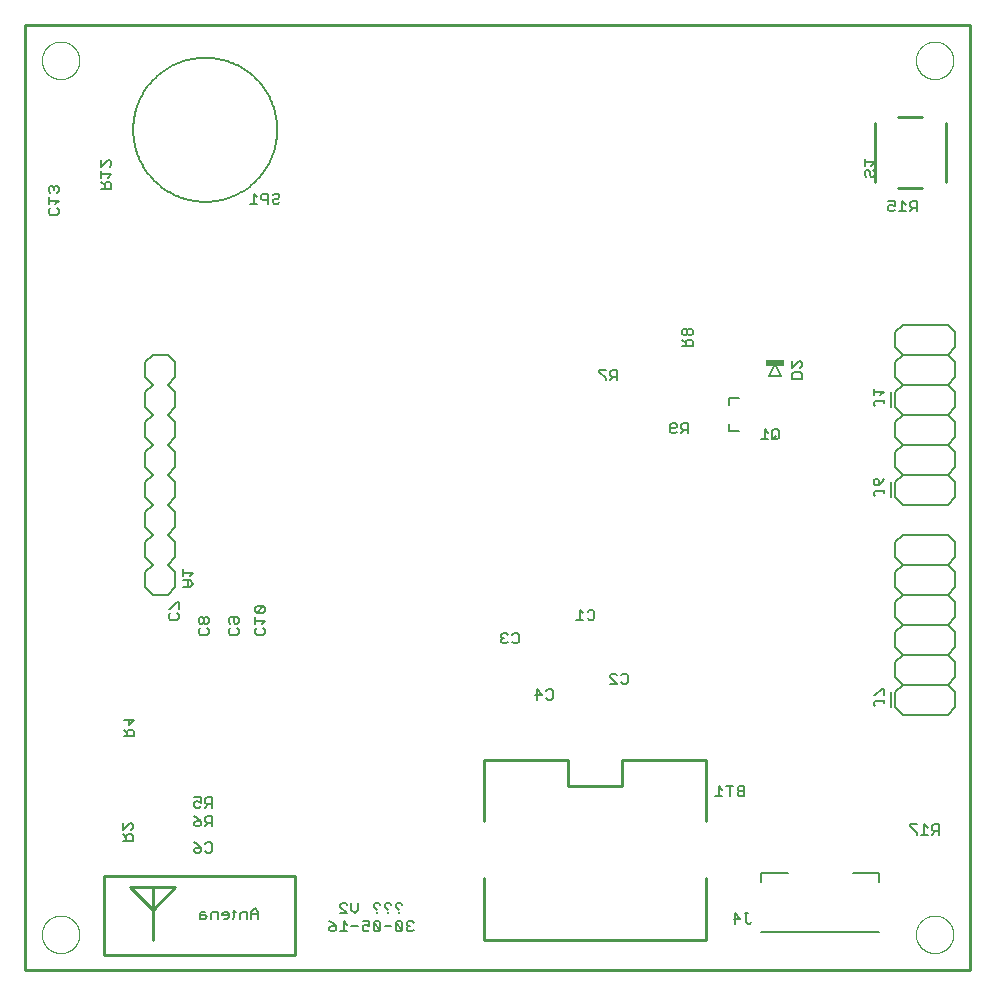
<source format=gbo>
G75*
%MOIN*%
%OFA0B0*%
%FSLAX25Y25*%
%IPPOS*%
%LPD*%
%AMOC8*
5,1,8,0,0,1.08239X$1,22.5*
%
%ADD10C,0.01000*%
%ADD11C,0.00000*%
%ADD12C,0.00600*%
%ADD13C,0.00800*%
%ADD14R,0.06200X0.02400*%
%ADD15C,0.00500*%
D10*
X0032280Y0028618D02*
X0032280Y0343579D01*
X0347241Y0343579D01*
X0347241Y0028618D01*
X0032280Y0028618D01*
X0058530Y0033618D02*
X0058530Y0059868D01*
X0122280Y0059868D01*
X0122280Y0033618D01*
X0058530Y0033618D01*
X0074780Y0038618D02*
X0074780Y0048618D01*
X0074780Y0056118D01*
X0082280Y0056118D01*
X0074780Y0048618D01*
X0067280Y0056118D01*
X0074780Y0056118D01*
X0185272Y0059169D02*
X0185272Y0038697D01*
X0259288Y0038697D01*
X0259288Y0059169D01*
X0259288Y0078067D02*
X0259288Y0098539D01*
X0231335Y0098539D01*
X0231335Y0089878D01*
X0213225Y0089878D01*
X0213225Y0098539D01*
X0185272Y0098539D01*
X0185272Y0078067D01*
X0323343Y0289307D02*
X0331217Y0289307D01*
X0339091Y0291276D02*
X0339091Y0310961D01*
X0331217Y0312929D02*
X0323343Y0312929D01*
X0315469Y0310961D02*
X0315469Y0291276D01*
D11*
X0329180Y0331768D02*
X0329182Y0331926D01*
X0329188Y0332083D01*
X0329198Y0332241D01*
X0329212Y0332398D01*
X0329230Y0332554D01*
X0329251Y0332711D01*
X0329277Y0332866D01*
X0329307Y0333021D01*
X0329340Y0333175D01*
X0329378Y0333328D01*
X0329419Y0333481D01*
X0329464Y0333632D01*
X0329513Y0333782D01*
X0329566Y0333930D01*
X0329622Y0334078D01*
X0329683Y0334223D01*
X0329746Y0334368D01*
X0329814Y0334510D01*
X0329885Y0334651D01*
X0329959Y0334790D01*
X0330037Y0334927D01*
X0330119Y0335062D01*
X0330203Y0335195D01*
X0330292Y0335326D01*
X0330383Y0335454D01*
X0330478Y0335581D01*
X0330575Y0335704D01*
X0330676Y0335826D01*
X0330780Y0335944D01*
X0330887Y0336060D01*
X0330997Y0336173D01*
X0331109Y0336284D01*
X0331225Y0336391D01*
X0331343Y0336496D01*
X0331463Y0336598D01*
X0331586Y0336696D01*
X0331712Y0336792D01*
X0331840Y0336884D01*
X0331970Y0336973D01*
X0332102Y0337059D01*
X0332237Y0337141D01*
X0332374Y0337220D01*
X0332512Y0337295D01*
X0332652Y0337367D01*
X0332795Y0337435D01*
X0332938Y0337500D01*
X0333084Y0337561D01*
X0333231Y0337618D01*
X0333379Y0337672D01*
X0333529Y0337722D01*
X0333679Y0337768D01*
X0333831Y0337810D01*
X0333984Y0337849D01*
X0334138Y0337883D01*
X0334293Y0337914D01*
X0334448Y0337940D01*
X0334604Y0337963D01*
X0334761Y0337982D01*
X0334918Y0337997D01*
X0335075Y0338008D01*
X0335233Y0338015D01*
X0335391Y0338018D01*
X0335548Y0338017D01*
X0335706Y0338012D01*
X0335863Y0338003D01*
X0336021Y0337990D01*
X0336177Y0337973D01*
X0336334Y0337952D01*
X0336489Y0337928D01*
X0336644Y0337899D01*
X0336799Y0337866D01*
X0336952Y0337830D01*
X0337105Y0337789D01*
X0337256Y0337745D01*
X0337406Y0337697D01*
X0337555Y0337646D01*
X0337703Y0337590D01*
X0337849Y0337531D01*
X0337994Y0337468D01*
X0338137Y0337401D01*
X0338278Y0337331D01*
X0338417Y0337258D01*
X0338555Y0337181D01*
X0338691Y0337100D01*
X0338824Y0337016D01*
X0338955Y0336929D01*
X0339084Y0336838D01*
X0339211Y0336744D01*
X0339336Y0336647D01*
X0339457Y0336547D01*
X0339577Y0336444D01*
X0339693Y0336338D01*
X0339807Y0336229D01*
X0339919Y0336117D01*
X0340027Y0336003D01*
X0340132Y0335885D01*
X0340235Y0335765D01*
X0340334Y0335643D01*
X0340430Y0335518D01*
X0340523Y0335390D01*
X0340613Y0335261D01*
X0340699Y0335129D01*
X0340783Y0334995D01*
X0340862Y0334859D01*
X0340939Y0334721D01*
X0341011Y0334581D01*
X0341080Y0334439D01*
X0341146Y0334296D01*
X0341208Y0334151D01*
X0341266Y0334004D01*
X0341321Y0333856D01*
X0341372Y0333707D01*
X0341419Y0333556D01*
X0341462Y0333405D01*
X0341501Y0333252D01*
X0341537Y0333098D01*
X0341568Y0332944D01*
X0341596Y0332789D01*
X0341620Y0332633D01*
X0341640Y0332476D01*
X0341656Y0332319D01*
X0341668Y0332162D01*
X0341676Y0332005D01*
X0341680Y0331847D01*
X0341680Y0331689D01*
X0341676Y0331531D01*
X0341668Y0331374D01*
X0341656Y0331217D01*
X0341640Y0331060D01*
X0341620Y0330903D01*
X0341596Y0330747D01*
X0341568Y0330592D01*
X0341537Y0330438D01*
X0341501Y0330284D01*
X0341462Y0330131D01*
X0341419Y0329980D01*
X0341372Y0329829D01*
X0341321Y0329680D01*
X0341266Y0329532D01*
X0341208Y0329385D01*
X0341146Y0329240D01*
X0341080Y0329097D01*
X0341011Y0328955D01*
X0340939Y0328815D01*
X0340862Y0328677D01*
X0340783Y0328541D01*
X0340699Y0328407D01*
X0340613Y0328275D01*
X0340523Y0328146D01*
X0340430Y0328018D01*
X0340334Y0327893D01*
X0340235Y0327771D01*
X0340132Y0327651D01*
X0340027Y0327533D01*
X0339919Y0327419D01*
X0339807Y0327307D01*
X0339693Y0327198D01*
X0339577Y0327092D01*
X0339457Y0326989D01*
X0339336Y0326889D01*
X0339211Y0326792D01*
X0339084Y0326698D01*
X0338955Y0326607D01*
X0338824Y0326520D01*
X0338691Y0326436D01*
X0338555Y0326355D01*
X0338417Y0326278D01*
X0338278Y0326205D01*
X0338137Y0326135D01*
X0337994Y0326068D01*
X0337849Y0326005D01*
X0337703Y0325946D01*
X0337555Y0325890D01*
X0337406Y0325839D01*
X0337256Y0325791D01*
X0337105Y0325747D01*
X0336952Y0325706D01*
X0336799Y0325670D01*
X0336644Y0325637D01*
X0336489Y0325608D01*
X0336334Y0325584D01*
X0336177Y0325563D01*
X0336021Y0325546D01*
X0335863Y0325533D01*
X0335706Y0325524D01*
X0335548Y0325519D01*
X0335391Y0325518D01*
X0335233Y0325521D01*
X0335075Y0325528D01*
X0334918Y0325539D01*
X0334761Y0325554D01*
X0334604Y0325573D01*
X0334448Y0325596D01*
X0334293Y0325622D01*
X0334138Y0325653D01*
X0333984Y0325687D01*
X0333831Y0325726D01*
X0333679Y0325768D01*
X0333529Y0325814D01*
X0333379Y0325864D01*
X0333231Y0325918D01*
X0333084Y0325975D01*
X0332938Y0326036D01*
X0332795Y0326101D01*
X0332652Y0326169D01*
X0332512Y0326241D01*
X0332374Y0326316D01*
X0332237Y0326395D01*
X0332102Y0326477D01*
X0331970Y0326563D01*
X0331840Y0326652D01*
X0331712Y0326744D01*
X0331586Y0326840D01*
X0331463Y0326938D01*
X0331343Y0327040D01*
X0331225Y0327145D01*
X0331109Y0327252D01*
X0330997Y0327363D01*
X0330887Y0327476D01*
X0330780Y0327592D01*
X0330676Y0327710D01*
X0330575Y0327832D01*
X0330478Y0327955D01*
X0330383Y0328082D01*
X0330292Y0328210D01*
X0330203Y0328341D01*
X0330119Y0328474D01*
X0330037Y0328609D01*
X0329959Y0328746D01*
X0329885Y0328885D01*
X0329814Y0329026D01*
X0329746Y0329168D01*
X0329683Y0329313D01*
X0329622Y0329458D01*
X0329566Y0329606D01*
X0329513Y0329754D01*
X0329464Y0329904D01*
X0329419Y0330055D01*
X0329378Y0330208D01*
X0329340Y0330361D01*
X0329307Y0330515D01*
X0329277Y0330670D01*
X0329251Y0330825D01*
X0329230Y0330982D01*
X0329212Y0331138D01*
X0329198Y0331295D01*
X0329188Y0331453D01*
X0329182Y0331610D01*
X0329180Y0331768D01*
X0037841Y0331768D02*
X0037843Y0331926D01*
X0037849Y0332083D01*
X0037859Y0332241D01*
X0037873Y0332398D01*
X0037891Y0332554D01*
X0037912Y0332711D01*
X0037938Y0332866D01*
X0037968Y0333021D01*
X0038001Y0333175D01*
X0038039Y0333328D01*
X0038080Y0333481D01*
X0038125Y0333632D01*
X0038174Y0333782D01*
X0038227Y0333930D01*
X0038283Y0334078D01*
X0038344Y0334223D01*
X0038407Y0334368D01*
X0038475Y0334510D01*
X0038546Y0334651D01*
X0038620Y0334790D01*
X0038698Y0334927D01*
X0038780Y0335062D01*
X0038864Y0335195D01*
X0038953Y0335326D01*
X0039044Y0335454D01*
X0039139Y0335581D01*
X0039236Y0335704D01*
X0039337Y0335826D01*
X0039441Y0335944D01*
X0039548Y0336060D01*
X0039658Y0336173D01*
X0039770Y0336284D01*
X0039886Y0336391D01*
X0040004Y0336496D01*
X0040124Y0336598D01*
X0040247Y0336696D01*
X0040373Y0336792D01*
X0040501Y0336884D01*
X0040631Y0336973D01*
X0040763Y0337059D01*
X0040898Y0337141D01*
X0041035Y0337220D01*
X0041173Y0337295D01*
X0041313Y0337367D01*
X0041456Y0337435D01*
X0041599Y0337500D01*
X0041745Y0337561D01*
X0041892Y0337618D01*
X0042040Y0337672D01*
X0042190Y0337722D01*
X0042340Y0337768D01*
X0042492Y0337810D01*
X0042645Y0337849D01*
X0042799Y0337883D01*
X0042954Y0337914D01*
X0043109Y0337940D01*
X0043265Y0337963D01*
X0043422Y0337982D01*
X0043579Y0337997D01*
X0043736Y0338008D01*
X0043894Y0338015D01*
X0044052Y0338018D01*
X0044209Y0338017D01*
X0044367Y0338012D01*
X0044524Y0338003D01*
X0044682Y0337990D01*
X0044838Y0337973D01*
X0044995Y0337952D01*
X0045150Y0337928D01*
X0045305Y0337899D01*
X0045460Y0337866D01*
X0045613Y0337830D01*
X0045766Y0337789D01*
X0045917Y0337745D01*
X0046067Y0337697D01*
X0046216Y0337646D01*
X0046364Y0337590D01*
X0046510Y0337531D01*
X0046655Y0337468D01*
X0046798Y0337401D01*
X0046939Y0337331D01*
X0047078Y0337258D01*
X0047216Y0337181D01*
X0047352Y0337100D01*
X0047485Y0337016D01*
X0047616Y0336929D01*
X0047745Y0336838D01*
X0047872Y0336744D01*
X0047997Y0336647D01*
X0048118Y0336547D01*
X0048238Y0336444D01*
X0048354Y0336338D01*
X0048468Y0336229D01*
X0048580Y0336117D01*
X0048688Y0336003D01*
X0048793Y0335885D01*
X0048896Y0335765D01*
X0048995Y0335643D01*
X0049091Y0335518D01*
X0049184Y0335390D01*
X0049274Y0335261D01*
X0049360Y0335129D01*
X0049444Y0334995D01*
X0049523Y0334859D01*
X0049600Y0334721D01*
X0049672Y0334581D01*
X0049741Y0334439D01*
X0049807Y0334296D01*
X0049869Y0334151D01*
X0049927Y0334004D01*
X0049982Y0333856D01*
X0050033Y0333707D01*
X0050080Y0333556D01*
X0050123Y0333405D01*
X0050162Y0333252D01*
X0050198Y0333098D01*
X0050229Y0332944D01*
X0050257Y0332789D01*
X0050281Y0332633D01*
X0050301Y0332476D01*
X0050317Y0332319D01*
X0050329Y0332162D01*
X0050337Y0332005D01*
X0050341Y0331847D01*
X0050341Y0331689D01*
X0050337Y0331531D01*
X0050329Y0331374D01*
X0050317Y0331217D01*
X0050301Y0331060D01*
X0050281Y0330903D01*
X0050257Y0330747D01*
X0050229Y0330592D01*
X0050198Y0330438D01*
X0050162Y0330284D01*
X0050123Y0330131D01*
X0050080Y0329980D01*
X0050033Y0329829D01*
X0049982Y0329680D01*
X0049927Y0329532D01*
X0049869Y0329385D01*
X0049807Y0329240D01*
X0049741Y0329097D01*
X0049672Y0328955D01*
X0049600Y0328815D01*
X0049523Y0328677D01*
X0049444Y0328541D01*
X0049360Y0328407D01*
X0049274Y0328275D01*
X0049184Y0328146D01*
X0049091Y0328018D01*
X0048995Y0327893D01*
X0048896Y0327771D01*
X0048793Y0327651D01*
X0048688Y0327533D01*
X0048580Y0327419D01*
X0048468Y0327307D01*
X0048354Y0327198D01*
X0048238Y0327092D01*
X0048118Y0326989D01*
X0047997Y0326889D01*
X0047872Y0326792D01*
X0047745Y0326698D01*
X0047616Y0326607D01*
X0047485Y0326520D01*
X0047352Y0326436D01*
X0047216Y0326355D01*
X0047078Y0326278D01*
X0046939Y0326205D01*
X0046798Y0326135D01*
X0046655Y0326068D01*
X0046510Y0326005D01*
X0046364Y0325946D01*
X0046216Y0325890D01*
X0046067Y0325839D01*
X0045917Y0325791D01*
X0045766Y0325747D01*
X0045613Y0325706D01*
X0045460Y0325670D01*
X0045305Y0325637D01*
X0045150Y0325608D01*
X0044995Y0325584D01*
X0044838Y0325563D01*
X0044682Y0325546D01*
X0044524Y0325533D01*
X0044367Y0325524D01*
X0044209Y0325519D01*
X0044052Y0325518D01*
X0043894Y0325521D01*
X0043736Y0325528D01*
X0043579Y0325539D01*
X0043422Y0325554D01*
X0043265Y0325573D01*
X0043109Y0325596D01*
X0042954Y0325622D01*
X0042799Y0325653D01*
X0042645Y0325687D01*
X0042492Y0325726D01*
X0042340Y0325768D01*
X0042190Y0325814D01*
X0042040Y0325864D01*
X0041892Y0325918D01*
X0041745Y0325975D01*
X0041599Y0326036D01*
X0041456Y0326101D01*
X0041313Y0326169D01*
X0041173Y0326241D01*
X0041035Y0326316D01*
X0040898Y0326395D01*
X0040763Y0326477D01*
X0040631Y0326563D01*
X0040501Y0326652D01*
X0040373Y0326744D01*
X0040247Y0326840D01*
X0040124Y0326938D01*
X0040004Y0327040D01*
X0039886Y0327145D01*
X0039770Y0327252D01*
X0039658Y0327363D01*
X0039548Y0327476D01*
X0039441Y0327592D01*
X0039337Y0327710D01*
X0039236Y0327832D01*
X0039139Y0327955D01*
X0039044Y0328082D01*
X0038953Y0328210D01*
X0038864Y0328341D01*
X0038780Y0328474D01*
X0038698Y0328609D01*
X0038620Y0328746D01*
X0038546Y0328885D01*
X0038475Y0329026D01*
X0038407Y0329168D01*
X0038344Y0329313D01*
X0038283Y0329458D01*
X0038227Y0329606D01*
X0038174Y0329754D01*
X0038125Y0329904D01*
X0038080Y0330055D01*
X0038039Y0330208D01*
X0038001Y0330361D01*
X0037968Y0330515D01*
X0037938Y0330670D01*
X0037912Y0330825D01*
X0037891Y0330982D01*
X0037873Y0331138D01*
X0037859Y0331295D01*
X0037849Y0331453D01*
X0037843Y0331610D01*
X0037841Y0331768D01*
X0037841Y0040429D02*
X0037843Y0040587D01*
X0037849Y0040744D01*
X0037859Y0040902D01*
X0037873Y0041059D01*
X0037891Y0041215D01*
X0037912Y0041372D01*
X0037938Y0041527D01*
X0037968Y0041682D01*
X0038001Y0041836D01*
X0038039Y0041989D01*
X0038080Y0042142D01*
X0038125Y0042293D01*
X0038174Y0042443D01*
X0038227Y0042591D01*
X0038283Y0042739D01*
X0038344Y0042884D01*
X0038407Y0043029D01*
X0038475Y0043171D01*
X0038546Y0043312D01*
X0038620Y0043451D01*
X0038698Y0043588D01*
X0038780Y0043723D01*
X0038864Y0043856D01*
X0038953Y0043987D01*
X0039044Y0044115D01*
X0039139Y0044242D01*
X0039236Y0044365D01*
X0039337Y0044487D01*
X0039441Y0044605D01*
X0039548Y0044721D01*
X0039658Y0044834D01*
X0039770Y0044945D01*
X0039886Y0045052D01*
X0040004Y0045157D01*
X0040124Y0045259D01*
X0040247Y0045357D01*
X0040373Y0045453D01*
X0040501Y0045545D01*
X0040631Y0045634D01*
X0040763Y0045720D01*
X0040898Y0045802D01*
X0041035Y0045881D01*
X0041173Y0045956D01*
X0041313Y0046028D01*
X0041456Y0046096D01*
X0041599Y0046161D01*
X0041745Y0046222D01*
X0041892Y0046279D01*
X0042040Y0046333D01*
X0042190Y0046383D01*
X0042340Y0046429D01*
X0042492Y0046471D01*
X0042645Y0046510D01*
X0042799Y0046544D01*
X0042954Y0046575D01*
X0043109Y0046601D01*
X0043265Y0046624D01*
X0043422Y0046643D01*
X0043579Y0046658D01*
X0043736Y0046669D01*
X0043894Y0046676D01*
X0044052Y0046679D01*
X0044209Y0046678D01*
X0044367Y0046673D01*
X0044524Y0046664D01*
X0044682Y0046651D01*
X0044838Y0046634D01*
X0044995Y0046613D01*
X0045150Y0046589D01*
X0045305Y0046560D01*
X0045460Y0046527D01*
X0045613Y0046491D01*
X0045766Y0046450D01*
X0045917Y0046406D01*
X0046067Y0046358D01*
X0046216Y0046307D01*
X0046364Y0046251D01*
X0046510Y0046192D01*
X0046655Y0046129D01*
X0046798Y0046062D01*
X0046939Y0045992D01*
X0047078Y0045919D01*
X0047216Y0045842D01*
X0047352Y0045761D01*
X0047485Y0045677D01*
X0047616Y0045590D01*
X0047745Y0045499D01*
X0047872Y0045405D01*
X0047997Y0045308D01*
X0048118Y0045208D01*
X0048238Y0045105D01*
X0048354Y0044999D01*
X0048468Y0044890D01*
X0048580Y0044778D01*
X0048688Y0044664D01*
X0048793Y0044546D01*
X0048896Y0044426D01*
X0048995Y0044304D01*
X0049091Y0044179D01*
X0049184Y0044051D01*
X0049274Y0043922D01*
X0049360Y0043790D01*
X0049444Y0043656D01*
X0049523Y0043520D01*
X0049600Y0043382D01*
X0049672Y0043242D01*
X0049741Y0043100D01*
X0049807Y0042957D01*
X0049869Y0042812D01*
X0049927Y0042665D01*
X0049982Y0042517D01*
X0050033Y0042368D01*
X0050080Y0042217D01*
X0050123Y0042066D01*
X0050162Y0041913D01*
X0050198Y0041759D01*
X0050229Y0041605D01*
X0050257Y0041450D01*
X0050281Y0041294D01*
X0050301Y0041137D01*
X0050317Y0040980D01*
X0050329Y0040823D01*
X0050337Y0040666D01*
X0050341Y0040508D01*
X0050341Y0040350D01*
X0050337Y0040192D01*
X0050329Y0040035D01*
X0050317Y0039878D01*
X0050301Y0039721D01*
X0050281Y0039564D01*
X0050257Y0039408D01*
X0050229Y0039253D01*
X0050198Y0039099D01*
X0050162Y0038945D01*
X0050123Y0038792D01*
X0050080Y0038641D01*
X0050033Y0038490D01*
X0049982Y0038341D01*
X0049927Y0038193D01*
X0049869Y0038046D01*
X0049807Y0037901D01*
X0049741Y0037758D01*
X0049672Y0037616D01*
X0049600Y0037476D01*
X0049523Y0037338D01*
X0049444Y0037202D01*
X0049360Y0037068D01*
X0049274Y0036936D01*
X0049184Y0036807D01*
X0049091Y0036679D01*
X0048995Y0036554D01*
X0048896Y0036432D01*
X0048793Y0036312D01*
X0048688Y0036194D01*
X0048580Y0036080D01*
X0048468Y0035968D01*
X0048354Y0035859D01*
X0048238Y0035753D01*
X0048118Y0035650D01*
X0047997Y0035550D01*
X0047872Y0035453D01*
X0047745Y0035359D01*
X0047616Y0035268D01*
X0047485Y0035181D01*
X0047352Y0035097D01*
X0047216Y0035016D01*
X0047078Y0034939D01*
X0046939Y0034866D01*
X0046798Y0034796D01*
X0046655Y0034729D01*
X0046510Y0034666D01*
X0046364Y0034607D01*
X0046216Y0034551D01*
X0046067Y0034500D01*
X0045917Y0034452D01*
X0045766Y0034408D01*
X0045613Y0034367D01*
X0045460Y0034331D01*
X0045305Y0034298D01*
X0045150Y0034269D01*
X0044995Y0034245D01*
X0044838Y0034224D01*
X0044682Y0034207D01*
X0044524Y0034194D01*
X0044367Y0034185D01*
X0044209Y0034180D01*
X0044052Y0034179D01*
X0043894Y0034182D01*
X0043736Y0034189D01*
X0043579Y0034200D01*
X0043422Y0034215D01*
X0043265Y0034234D01*
X0043109Y0034257D01*
X0042954Y0034283D01*
X0042799Y0034314D01*
X0042645Y0034348D01*
X0042492Y0034387D01*
X0042340Y0034429D01*
X0042190Y0034475D01*
X0042040Y0034525D01*
X0041892Y0034579D01*
X0041745Y0034636D01*
X0041599Y0034697D01*
X0041456Y0034762D01*
X0041313Y0034830D01*
X0041173Y0034902D01*
X0041035Y0034977D01*
X0040898Y0035056D01*
X0040763Y0035138D01*
X0040631Y0035224D01*
X0040501Y0035313D01*
X0040373Y0035405D01*
X0040247Y0035501D01*
X0040124Y0035599D01*
X0040004Y0035701D01*
X0039886Y0035806D01*
X0039770Y0035913D01*
X0039658Y0036024D01*
X0039548Y0036137D01*
X0039441Y0036253D01*
X0039337Y0036371D01*
X0039236Y0036493D01*
X0039139Y0036616D01*
X0039044Y0036743D01*
X0038953Y0036871D01*
X0038864Y0037002D01*
X0038780Y0037135D01*
X0038698Y0037270D01*
X0038620Y0037407D01*
X0038546Y0037546D01*
X0038475Y0037687D01*
X0038407Y0037829D01*
X0038344Y0037974D01*
X0038283Y0038119D01*
X0038227Y0038267D01*
X0038174Y0038415D01*
X0038125Y0038565D01*
X0038080Y0038716D01*
X0038039Y0038869D01*
X0038001Y0039022D01*
X0037968Y0039176D01*
X0037938Y0039331D01*
X0037912Y0039486D01*
X0037891Y0039643D01*
X0037873Y0039799D01*
X0037859Y0039956D01*
X0037849Y0040114D01*
X0037843Y0040271D01*
X0037841Y0040429D01*
X0329180Y0040429D02*
X0329182Y0040587D01*
X0329188Y0040744D01*
X0329198Y0040902D01*
X0329212Y0041059D01*
X0329230Y0041215D01*
X0329251Y0041372D01*
X0329277Y0041527D01*
X0329307Y0041682D01*
X0329340Y0041836D01*
X0329378Y0041989D01*
X0329419Y0042142D01*
X0329464Y0042293D01*
X0329513Y0042443D01*
X0329566Y0042591D01*
X0329622Y0042739D01*
X0329683Y0042884D01*
X0329746Y0043029D01*
X0329814Y0043171D01*
X0329885Y0043312D01*
X0329959Y0043451D01*
X0330037Y0043588D01*
X0330119Y0043723D01*
X0330203Y0043856D01*
X0330292Y0043987D01*
X0330383Y0044115D01*
X0330478Y0044242D01*
X0330575Y0044365D01*
X0330676Y0044487D01*
X0330780Y0044605D01*
X0330887Y0044721D01*
X0330997Y0044834D01*
X0331109Y0044945D01*
X0331225Y0045052D01*
X0331343Y0045157D01*
X0331463Y0045259D01*
X0331586Y0045357D01*
X0331712Y0045453D01*
X0331840Y0045545D01*
X0331970Y0045634D01*
X0332102Y0045720D01*
X0332237Y0045802D01*
X0332374Y0045881D01*
X0332512Y0045956D01*
X0332652Y0046028D01*
X0332795Y0046096D01*
X0332938Y0046161D01*
X0333084Y0046222D01*
X0333231Y0046279D01*
X0333379Y0046333D01*
X0333529Y0046383D01*
X0333679Y0046429D01*
X0333831Y0046471D01*
X0333984Y0046510D01*
X0334138Y0046544D01*
X0334293Y0046575D01*
X0334448Y0046601D01*
X0334604Y0046624D01*
X0334761Y0046643D01*
X0334918Y0046658D01*
X0335075Y0046669D01*
X0335233Y0046676D01*
X0335391Y0046679D01*
X0335548Y0046678D01*
X0335706Y0046673D01*
X0335863Y0046664D01*
X0336021Y0046651D01*
X0336177Y0046634D01*
X0336334Y0046613D01*
X0336489Y0046589D01*
X0336644Y0046560D01*
X0336799Y0046527D01*
X0336952Y0046491D01*
X0337105Y0046450D01*
X0337256Y0046406D01*
X0337406Y0046358D01*
X0337555Y0046307D01*
X0337703Y0046251D01*
X0337849Y0046192D01*
X0337994Y0046129D01*
X0338137Y0046062D01*
X0338278Y0045992D01*
X0338417Y0045919D01*
X0338555Y0045842D01*
X0338691Y0045761D01*
X0338824Y0045677D01*
X0338955Y0045590D01*
X0339084Y0045499D01*
X0339211Y0045405D01*
X0339336Y0045308D01*
X0339457Y0045208D01*
X0339577Y0045105D01*
X0339693Y0044999D01*
X0339807Y0044890D01*
X0339919Y0044778D01*
X0340027Y0044664D01*
X0340132Y0044546D01*
X0340235Y0044426D01*
X0340334Y0044304D01*
X0340430Y0044179D01*
X0340523Y0044051D01*
X0340613Y0043922D01*
X0340699Y0043790D01*
X0340783Y0043656D01*
X0340862Y0043520D01*
X0340939Y0043382D01*
X0341011Y0043242D01*
X0341080Y0043100D01*
X0341146Y0042957D01*
X0341208Y0042812D01*
X0341266Y0042665D01*
X0341321Y0042517D01*
X0341372Y0042368D01*
X0341419Y0042217D01*
X0341462Y0042066D01*
X0341501Y0041913D01*
X0341537Y0041759D01*
X0341568Y0041605D01*
X0341596Y0041450D01*
X0341620Y0041294D01*
X0341640Y0041137D01*
X0341656Y0040980D01*
X0341668Y0040823D01*
X0341676Y0040666D01*
X0341680Y0040508D01*
X0341680Y0040350D01*
X0341676Y0040192D01*
X0341668Y0040035D01*
X0341656Y0039878D01*
X0341640Y0039721D01*
X0341620Y0039564D01*
X0341596Y0039408D01*
X0341568Y0039253D01*
X0341537Y0039099D01*
X0341501Y0038945D01*
X0341462Y0038792D01*
X0341419Y0038641D01*
X0341372Y0038490D01*
X0341321Y0038341D01*
X0341266Y0038193D01*
X0341208Y0038046D01*
X0341146Y0037901D01*
X0341080Y0037758D01*
X0341011Y0037616D01*
X0340939Y0037476D01*
X0340862Y0037338D01*
X0340783Y0037202D01*
X0340699Y0037068D01*
X0340613Y0036936D01*
X0340523Y0036807D01*
X0340430Y0036679D01*
X0340334Y0036554D01*
X0340235Y0036432D01*
X0340132Y0036312D01*
X0340027Y0036194D01*
X0339919Y0036080D01*
X0339807Y0035968D01*
X0339693Y0035859D01*
X0339577Y0035753D01*
X0339457Y0035650D01*
X0339336Y0035550D01*
X0339211Y0035453D01*
X0339084Y0035359D01*
X0338955Y0035268D01*
X0338824Y0035181D01*
X0338691Y0035097D01*
X0338555Y0035016D01*
X0338417Y0034939D01*
X0338278Y0034866D01*
X0338137Y0034796D01*
X0337994Y0034729D01*
X0337849Y0034666D01*
X0337703Y0034607D01*
X0337555Y0034551D01*
X0337406Y0034500D01*
X0337256Y0034452D01*
X0337105Y0034408D01*
X0336952Y0034367D01*
X0336799Y0034331D01*
X0336644Y0034298D01*
X0336489Y0034269D01*
X0336334Y0034245D01*
X0336177Y0034224D01*
X0336021Y0034207D01*
X0335863Y0034194D01*
X0335706Y0034185D01*
X0335548Y0034180D01*
X0335391Y0034179D01*
X0335233Y0034182D01*
X0335075Y0034189D01*
X0334918Y0034200D01*
X0334761Y0034215D01*
X0334604Y0034234D01*
X0334448Y0034257D01*
X0334293Y0034283D01*
X0334138Y0034314D01*
X0333984Y0034348D01*
X0333831Y0034387D01*
X0333679Y0034429D01*
X0333529Y0034475D01*
X0333379Y0034525D01*
X0333231Y0034579D01*
X0333084Y0034636D01*
X0332938Y0034697D01*
X0332795Y0034762D01*
X0332652Y0034830D01*
X0332512Y0034902D01*
X0332374Y0034977D01*
X0332237Y0035056D01*
X0332102Y0035138D01*
X0331970Y0035224D01*
X0331840Y0035313D01*
X0331712Y0035405D01*
X0331586Y0035501D01*
X0331463Y0035599D01*
X0331343Y0035701D01*
X0331225Y0035806D01*
X0331109Y0035913D01*
X0330997Y0036024D01*
X0330887Y0036137D01*
X0330780Y0036253D01*
X0330676Y0036371D01*
X0330575Y0036493D01*
X0330478Y0036616D01*
X0330383Y0036743D01*
X0330292Y0036871D01*
X0330203Y0037002D01*
X0330119Y0037135D01*
X0330037Y0037270D01*
X0329959Y0037407D01*
X0329885Y0037546D01*
X0329814Y0037687D01*
X0329746Y0037829D01*
X0329683Y0037974D01*
X0329622Y0038119D01*
X0329566Y0038267D01*
X0329513Y0038415D01*
X0329464Y0038565D01*
X0329419Y0038716D01*
X0329378Y0038869D01*
X0329340Y0039022D01*
X0329307Y0039176D01*
X0329277Y0039331D01*
X0329251Y0039486D01*
X0329230Y0039643D01*
X0329212Y0039799D01*
X0329198Y0039956D01*
X0329188Y0040114D01*
X0329182Y0040271D01*
X0329180Y0040429D01*
D12*
X0329413Y0073668D02*
X0329413Y0074235D01*
X0327145Y0076504D01*
X0327145Y0077071D01*
X0329413Y0077071D01*
X0331962Y0077071D02*
X0331962Y0073668D01*
X0333096Y0073668D02*
X0330828Y0073668D01*
X0333096Y0075937D02*
X0331962Y0077071D01*
X0334511Y0076504D02*
X0334511Y0075370D01*
X0335078Y0074802D01*
X0336780Y0074802D01*
X0336780Y0073668D02*
X0336780Y0077071D01*
X0335078Y0077071D01*
X0334511Y0076504D01*
X0335645Y0074802D02*
X0334511Y0073668D01*
X0339780Y0113618D02*
X0324780Y0113618D01*
X0322280Y0116118D01*
X0322280Y0121118D01*
X0324780Y0123618D01*
X0339780Y0123618D01*
X0342280Y0126118D01*
X0342280Y0131118D01*
X0339780Y0133618D01*
X0324780Y0133618D01*
X0322280Y0136118D01*
X0322280Y0141118D01*
X0324780Y0143618D01*
X0339780Y0143618D01*
X0342280Y0146118D01*
X0342280Y0151118D01*
X0339780Y0153618D01*
X0324780Y0153618D01*
X0322280Y0156118D01*
X0322280Y0161118D01*
X0324780Y0163618D01*
X0339780Y0163618D01*
X0342280Y0166118D01*
X0342280Y0171118D01*
X0339780Y0173618D01*
X0324780Y0173618D01*
X0322280Y0171118D01*
X0322280Y0166118D01*
X0324780Y0163618D01*
X0339780Y0163618D02*
X0342280Y0161118D01*
X0342280Y0156118D01*
X0339780Y0153618D01*
X0339780Y0143618D02*
X0342280Y0141118D01*
X0342280Y0136118D01*
X0339780Y0133618D01*
X0339780Y0123618D02*
X0342280Y0121118D01*
X0342280Y0116118D01*
X0339780Y0113618D01*
X0324780Y0123618D02*
X0322280Y0126118D01*
X0322280Y0131118D01*
X0324780Y0133618D01*
X0324780Y0143618D02*
X0322280Y0146118D01*
X0322280Y0151118D01*
X0324780Y0153618D01*
X0318483Y0122370D02*
X0317916Y0122370D01*
X0315647Y0120101D01*
X0315080Y0120101D01*
X0315647Y0118120D02*
X0318483Y0118120D01*
X0318483Y0118687D02*
X0318483Y0117552D01*
X0318483Y0120101D02*
X0318483Y0122370D01*
X0321030Y0121118D02*
X0321030Y0116118D01*
X0315647Y0116418D02*
X0315080Y0116985D01*
X0315080Y0117552D01*
X0315647Y0118120D01*
X0271980Y0089821D02*
X0270279Y0089821D01*
X0269712Y0089254D01*
X0269712Y0088687D01*
X0270279Y0088120D01*
X0271980Y0088120D01*
X0271980Y0089821D02*
X0271980Y0086418D01*
X0270279Y0086418D01*
X0269712Y0086985D01*
X0269712Y0087552D01*
X0270279Y0088120D01*
X0268297Y0089821D02*
X0266028Y0089821D01*
X0267163Y0089821D02*
X0267163Y0086418D01*
X0264614Y0086418D02*
X0262345Y0086418D01*
X0263480Y0086418D02*
X0263480Y0089821D01*
X0264614Y0088687D01*
X0232663Y0123918D02*
X0231529Y0123918D01*
X0230962Y0124485D01*
X0229547Y0123918D02*
X0227278Y0126187D01*
X0227278Y0126754D01*
X0227846Y0127321D01*
X0228980Y0127321D01*
X0229547Y0126754D01*
X0230962Y0126754D02*
X0231529Y0127321D01*
X0232663Y0127321D01*
X0233230Y0126754D01*
X0233230Y0124485D01*
X0232663Y0123918D01*
X0229547Y0123918D02*
X0227278Y0123918D01*
X0208096Y0121504D02*
X0208096Y0119235D01*
X0207529Y0118668D01*
X0206395Y0118668D01*
X0205828Y0119235D01*
X0204413Y0120370D02*
X0202145Y0120370D01*
X0202712Y0122071D02*
X0204413Y0120370D01*
X0205828Y0121504D02*
X0206395Y0122071D01*
X0207529Y0122071D01*
X0208096Y0121504D01*
X0202712Y0122071D02*
X0202712Y0118668D01*
X0196279Y0137418D02*
X0195145Y0137418D01*
X0194578Y0137985D01*
X0193163Y0137985D02*
X0192596Y0137418D01*
X0191462Y0137418D01*
X0190895Y0137985D01*
X0190895Y0138552D01*
X0191462Y0139120D01*
X0192029Y0139120D01*
X0191462Y0139120D02*
X0190895Y0139687D01*
X0190895Y0140254D01*
X0191462Y0140821D01*
X0192596Y0140821D01*
X0193163Y0140254D01*
X0194578Y0140254D02*
X0195145Y0140821D01*
X0196279Y0140821D01*
X0196846Y0140254D01*
X0196846Y0137985D01*
X0196279Y0137418D01*
X0216028Y0145168D02*
X0218297Y0145168D01*
X0217163Y0145168D02*
X0217163Y0148571D01*
X0218297Y0147437D01*
X0219712Y0148004D02*
X0220279Y0148571D01*
X0221413Y0148571D01*
X0221980Y0148004D01*
X0221980Y0145735D01*
X0221413Y0145168D01*
X0220279Y0145168D01*
X0219712Y0145735D01*
X0277645Y0205418D02*
X0279913Y0205418D01*
X0278779Y0205418D02*
X0278779Y0208821D01*
X0279913Y0207687D01*
X0281328Y0208254D02*
X0281328Y0205985D01*
X0281895Y0205418D01*
X0283029Y0205418D01*
X0283596Y0205985D01*
X0283596Y0208254D01*
X0283029Y0208821D01*
X0281895Y0208821D01*
X0281328Y0208254D01*
X0282462Y0206552D02*
X0281328Y0205418D01*
X0287830Y0225552D02*
X0287830Y0227253D01*
X0288397Y0227820D01*
X0290666Y0227820D01*
X0291233Y0227253D01*
X0291233Y0225552D01*
X0287830Y0225552D01*
X0287830Y0229235D02*
X0290099Y0231504D01*
X0290666Y0231504D01*
X0291233Y0230936D01*
X0291233Y0229802D01*
X0290666Y0229235D01*
X0287830Y0229235D02*
X0287830Y0231504D01*
X0315080Y0222370D02*
X0315080Y0220101D01*
X0315080Y0221236D02*
X0318483Y0221236D01*
X0317349Y0220101D01*
X0318483Y0218687D02*
X0318483Y0217552D01*
X0318483Y0218120D02*
X0315647Y0218120D01*
X0315080Y0217552D01*
X0315080Y0216985D01*
X0315647Y0216418D01*
X0315647Y0192370D02*
X0316214Y0192370D01*
X0316782Y0191803D01*
X0316782Y0190101D01*
X0315647Y0190101D01*
X0315080Y0190668D01*
X0315080Y0191803D01*
X0315647Y0192370D01*
X0317916Y0191236D02*
X0316782Y0190101D01*
X0317916Y0191236D02*
X0318483Y0192370D01*
X0318483Y0188687D02*
X0318483Y0187552D01*
X0318483Y0188120D02*
X0315647Y0188120D01*
X0315080Y0187552D01*
X0315080Y0186985D01*
X0315647Y0186418D01*
X0253096Y0207418D02*
X0253096Y0210821D01*
X0251395Y0210821D01*
X0250828Y0210254D01*
X0250828Y0209120D01*
X0251395Y0208552D01*
X0253096Y0208552D01*
X0251962Y0208552D02*
X0250828Y0207418D01*
X0249413Y0207985D02*
X0248846Y0207418D01*
X0247712Y0207418D01*
X0247145Y0207985D01*
X0247145Y0210254D01*
X0247712Y0210821D01*
X0248846Y0210821D01*
X0249413Y0210254D01*
X0249413Y0209687D01*
X0248846Y0209120D01*
X0247145Y0209120D01*
X0229480Y0225168D02*
X0229480Y0228571D01*
X0227779Y0228571D01*
X0227212Y0228004D01*
X0227212Y0226870D01*
X0227779Y0226302D01*
X0229480Y0226302D01*
X0228346Y0226302D02*
X0227212Y0225168D01*
X0225797Y0225168D02*
X0225797Y0225735D01*
X0223528Y0228004D01*
X0223528Y0228571D01*
X0225797Y0228571D01*
X0251330Y0236418D02*
X0254733Y0236418D01*
X0254733Y0238120D01*
X0254166Y0238687D01*
X0253032Y0238687D01*
X0252464Y0238120D01*
X0252464Y0236418D01*
X0252464Y0237552D02*
X0251330Y0238687D01*
X0251897Y0240101D02*
X0252464Y0240101D01*
X0253032Y0240668D01*
X0253032Y0241803D01*
X0252464Y0242370D01*
X0251897Y0242370D01*
X0251330Y0241803D01*
X0251330Y0240668D01*
X0251897Y0240101D01*
X0253032Y0240668D02*
X0253599Y0240101D01*
X0254166Y0240101D01*
X0254733Y0240668D01*
X0254733Y0241803D01*
X0254166Y0242370D01*
X0253599Y0242370D01*
X0253032Y0241803D01*
X0319845Y0281985D02*
X0320412Y0281418D01*
X0321547Y0281418D01*
X0322114Y0281985D01*
X0322114Y0283120D02*
X0320980Y0283687D01*
X0320412Y0283687D01*
X0319845Y0283120D01*
X0319845Y0281985D01*
X0322114Y0283120D02*
X0322114Y0284821D01*
X0319845Y0284821D01*
X0324663Y0284821D02*
X0324663Y0281418D01*
X0325797Y0281418D02*
X0323528Y0281418D01*
X0325797Y0283687D02*
X0324663Y0284821D01*
X0327212Y0284254D02*
X0327212Y0283120D01*
X0327779Y0282552D01*
X0329480Y0282552D01*
X0329480Y0281418D02*
X0329480Y0284821D01*
X0327779Y0284821D01*
X0327212Y0284254D01*
X0328346Y0282552D02*
X0327212Y0281418D01*
X0315483Y0293485D02*
X0314916Y0292918D01*
X0314349Y0292918D01*
X0313782Y0293485D01*
X0313782Y0294620D01*
X0313214Y0295187D01*
X0312647Y0295187D01*
X0312080Y0294620D01*
X0312080Y0293485D01*
X0312647Y0292918D01*
X0315483Y0293485D02*
X0315483Y0294620D01*
X0314916Y0295187D01*
X0314349Y0296601D02*
X0315483Y0297736D01*
X0312080Y0297736D01*
X0312080Y0298870D02*
X0312080Y0296601D01*
X0116980Y0286754D02*
X0116980Y0286187D01*
X0116413Y0285620D01*
X0115279Y0285620D01*
X0114712Y0285052D01*
X0114712Y0284485D01*
X0115279Y0283918D01*
X0116413Y0283918D01*
X0116980Y0284485D01*
X0116980Y0286754D02*
X0116413Y0287321D01*
X0115279Y0287321D01*
X0114712Y0286754D01*
X0113297Y0287321D02*
X0113297Y0283918D01*
X0113297Y0285052D02*
X0111596Y0285052D01*
X0111028Y0285620D01*
X0111028Y0286754D01*
X0111596Y0287321D01*
X0113297Y0287321D01*
X0109614Y0286187D02*
X0108480Y0287321D01*
X0108480Y0283918D01*
X0109614Y0283918D02*
X0107345Y0283918D01*
X0068280Y0308618D02*
X0068287Y0309207D01*
X0068309Y0309796D01*
X0068345Y0310384D01*
X0068396Y0310970D01*
X0068460Y0311556D01*
X0068540Y0312140D01*
X0068633Y0312721D01*
X0068741Y0313300D01*
X0068863Y0313876D01*
X0068999Y0314450D01*
X0069149Y0315019D01*
X0069313Y0315585D01*
X0069491Y0316146D01*
X0069683Y0316703D01*
X0069888Y0317255D01*
X0070107Y0317802D01*
X0070339Y0318344D01*
X0070584Y0318879D01*
X0070843Y0319409D01*
X0071114Y0319932D01*
X0071398Y0320448D01*
X0071695Y0320956D01*
X0072004Y0321458D01*
X0072325Y0321952D01*
X0072658Y0322437D01*
X0073003Y0322915D01*
X0073360Y0323384D01*
X0073728Y0323843D01*
X0074107Y0324294D01*
X0074497Y0324735D01*
X0074898Y0325167D01*
X0075309Y0325589D01*
X0075731Y0326000D01*
X0076163Y0326401D01*
X0076604Y0326791D01*
X0077055Y0327170D01*
X0077514Y0327538D01*
X0077983Y0327895D01*
X0078461Y0328240D01*
X0078946Y0328573D01*
X0079440Y0328894D01*
X0079942Y0329203D01*
X0080450Y0329500D01*
X0080966Y0329784D01*
X0081489Y0330055D01*
X0082019Y0330314D01*
X0082554Y0330559D01*
X0083096Y0330791D01*
X0083643Y0331010D01*
X0084195Y0331215D01*
X0084752Y0331407D01*
X0085313Y0331585D01*
X0085879Y0331749D01*
X0086448Y0331899D01*
X0087022Y0332035D01*
X0087598Y0332157D01*
X0088177Y0332265D01*
X0088758Y0332358D01*
X0089342Y0332438D01*
X0089928Y0332502D01*
X0090514Y0332553D01*
X0091102Y0332589D01*
X0091691Y0332611D01*
X0092280Y0332618D01*
X0092869Y0332611D01*
X0093458Y0332589D01*
X0094046Y0332553D01*
X0094632Y0332502D01*
X0095218Y0332438D01*
X0095802Y0332358D01*
X0096383Y0332265D01*
X0096962Y0332157D01*
X0097538Y0332035D01*
X0098112Y0331899D01*
X0098681Y0331749D01*
X0099247Y0331585D01*
X0099808Y0331407D01*
X0100365Y0331215D01*
X0100917Y0331010D01*
X0101464Y0330791D01*
X0102006Y0330559D01*
X0102541Y0330314D01*
X0103071Y0330055D01*
X0103594Y0329784D01*
X0104110Y0329500D01*
X0104618Y0329203D01*
X0105120Y0328894D01*
X0105614Y0328573D01*
X0106099Y0328240D01*
X0106577Y0327895D01*
X0107046Y0327538D01*
X0107505Y0327170D01*
X0107956Y0326791D01*
X0108397Y0326401D01*
X0108829Y0326000D01*
X0109251Y0325589D01*
X0109662Y0325167D01*
X0110063Y0324735D01*
X0110453Y0324294D01*
X0110832Y0323843D01*
X0111200Y0323384D01*
X0111557Y0322915D01*
X0111902Y0322437D01*
X0112235Y0321952D01*
X0112556Y0321458D01*
X0112865Y0320956D01*
X0113162Y0320448D01*
X0113446Y0319932D01*
X0113717Y0319409D01*
X0113976Y0318879D01*
X0114221Y0318344D01*
X0114453Y0317802D01*
X0114672Y0317255D01*
X0114877Y0316703D01*
X0115069Y0316146D01*
X0115247Y0315585D01*
X0115411Y0315019D01*
X0115561Y0314450D01*
X0115697Y0313876D01*
X0115819Y0313300D01*
X0115927Y0312721D01*
X0116020Y0312140D01*
X0116100Y0311556D01*
X0116164Y0310970D01*
X0116215Y0310384D01*
X0116251Y0309796D01*
X0116273Y0309207D01*
X0116280Y0308618D01*
X0116273Y0308029D01*
X0116251Y0307440D01*
X0116215Y0306852D01*
X0116164Y0306266D01*
X0116100Y0305680D01*
X0116020Y0305096D01*
X0115927Y0304515D01*
X0115819Y0303936D01*
X0115697Y0303360D01*
X0115561Y0302786D01*
X0115411Y0302217D01*
X0115247Y0301651D01*
X0115069Y0301090D01*
X0114877Y0300533D01*
X0114672Y0299981D01*
X0114453Y0299434D01*
X0114221Y0298892D01*
X0113976Y0298357D01*
X0113717Y0297827D01*
X0113446Y0297304D01*
X0113162Y0296788D01*
X0112865Y0296280D01*
X0112556Y0295778D01*
X0112235Y0295284D01*
X0111902Y0294799D01*
X0111557Y0294321D01*
X0111200Y0293852D01*
X0110832Y0293393D01*
X0110453Y0292942D01*
X0110063Y0292501D01*
X0109662Y0292069D01*
X0109251Y0291647D01*
X0108829Y0291236D01*
X0108397Y0290835D01*
X0107956Y0290445D01*
X0107505Y0290066D01*
X0107046Y0289698D01*
X0106577Y0289341D01*
X0106099Y0288996D01*
X0105614Y0288663D01*
X0105120Y0288342D01*
X0104618Y0288033D01*
X0104110Y0287736D01*
X0103594Y0287452D01*
X0103071Y0287181D01*
X0102541Y0286922D01*
X0102006Y0286677D01*
X0101464Y0286445D01*
X0100917Y0286226D01*
X0100365Y0286021D01*
X0099808Y0285829D01*
X0099247Y0285651D01*
X0098681Y0285487D01*
X0098112Y0285337D01*
X0097538Y0285201D01*
X0096962Y0285079D01*
X0096383Y0284971D01*
X0095802Y0284878D01*
X0095218Y0284798D01*
X0094632Y0284734D01*
X0094046Y0284683D01*
X0093458Y0284647D01*
X0092869Y0284625D01*
X0092280Y0284618D01*
X0091691Y0284625D01*
X0091102Y0284647D01*
X0090514Y0284683D01*
X0089928Y0284734D01*
X0089342Y0284798D01*
X0088758Y0284878D01*
X0088177Y0284971D01*
X0087598Y0285079D01*
X0087022Y0285201D01*
X0086448Y0285337D01*
X0085879Y0285487D01*
X0085313Y0285651D01*
X0084752Y0285829D01*
X0084195Y0286021D01*
X0083643Y0286226D01*
X0083096Y0286445D01*
X0082554Y0286677D01*
X0082019Y0286922D01*
X0081489Y0287181D01*
X0080966Y0287452D01*
X0080450Y0287736D01*
X0079942Y0288033D01*
X0079440Y0288342D01*
X0078946Y0288663D01*
X0078461Y0288996D01*
X0077983Y0289341D01*
X0077514Y0289698D01*
X0077055Y0290066D01*
X0076604Y0290445D01*
X0076163Y0290835D01*
X0075731Y0291236D01*
X0075309Y0291647D01*
X0074898Y0292069D01*
X0074497Y0292501D01*
X0074107Y0292942D01*
X0073728Y0293393D01*
X0073360Y0293852D01*
X0073003Y0294321D01*
X0072658Y0294799D01*
X0072325Y0295284D01*
X0072004Y0295778D01*
X0071695Y0296280D01*
X0071398Y0296788D01*
X0071114Y0297304D01*
X0070843Y0297827D01*
X0070584Y0298357D01*
X0070339Y0298892D01*
X0070107Y0299434D01*
X0069888Y0299981D01*
X0069683Y0300533D01*
X0069491Y0301090D01*
X0069313Y0301651D01*
X0069149Y0302217D01*
X0068999Y0302786D01*
X0068863Y0303360D01*
X0068741Y0303936D01*
X0068633Y0304515D01*
X0068540Y0305096D01*
X0068460Y0305680D01*
X0068396Y0306266D01*
X0068345Y0306852D01*
X0068309Y0307440D01*
X0068287Y0308029D01*
X0068280Y0308618D01*
X0060416Y0298553D02*
X0060983Y0297986D01*
X0060983Y0296852D01*
X0060416Y0296284D01*
X0060416Y0298553D02*
X0059849Y0298553D01*
X0057580Y0296284D01*
X0057580Y0298553D01*
X0057580Y0294870D02*
X0057580Y0292601D01*
X0057580Y0293736D02*
X0060983Y0293736D01*
X0059849Y0292601D01*
X0060416Y0291187D02*
X0059282Y0291187D01*
X0058714Y0290620D01*
X0058714Y0288918D01*
X0057580Y0288918D02*
X0060983Y0288918D01*
X0060983Y0290620D01*
X0060416Y0291187D01*
X0058714Y0290052D02*
X0057580Y0291187D01*
X0043483Y0289236D02*
X0042916Y0289803D01*
X0042349Y0289803D01*
X0041782Y0289236D01*
X0041214Y0289803D01*
X0040647Y0289803D01*
X0040080Y0289236D01*
X0040080Y0288102D01*
X0040647Y0287534D01*
X0040080Y0286120D02*
X0040080Y0283851D01*
X0040080Y0284986D02*
X0043483Y0284986D01*
X0042349Y0283851D01*
X0042916Y0282437D02*
X0043483Y0281870D01*
X0043483Y0280735D01*
X0042916Y0280168D01*
X0040647Y0280168D01*
X0040080Y0280735D01*
X0040080Y0281870D01*
X0040647Y0282437D01*
X0042916Y0287534D02*
X0043483Y0288102D01*
X0043483Y0289236D01*
X0041782Y0289236D02*
X0041782Y0288669D01*
X0084780Y0162070D02*
X0084780Y0159801D01*
X0084780Y0160936D02*
X0088183Y0160936D01*
X0087049Y0159801D01*
X0087049Y0158387D02*
X0084780Y0158387D01*
X0086482Y0158387D02*
X0086482Y0156118D01*
X0087049Y0156118D02*
X0084780Y0156118D01*
X0087049Y0156118D02*
X0088183Y0157252D01*
X0087049Y0158387D01*
X0083483Y0151120D02*
X0082916Y0151120D01*
X0080647Y0148851D01*
X0080080Y0148851D01*
X0080647Y0147437D02*
X0080080Y0146870D01*
X0080080Y0145735D01*
X0080647Y0145168D01*
X0082916Y0145168D01*
X0083483Y0145735D01*
X0083483Y0146870D01*
X0082916Y0147437D01*
X0083483Y0148851D02*
X0083483Y0151120D01*
X0090080Y0145553D02*
X0090080Y0144418D01*
X0090647Y0143851D01*
X0091214Y0143851D01*
X0091782Y0144418D01*
X0091782Y0145553D01*
X0091214Y0146120D01*
X0090647Y0146120D01*
X0090080Y0145553D01*
X0091782Y0145553D02*
X0092349Y0146120D01*
X0092916Y0146120D01*
X0093483Y0145553D01*
X0093483Y0144418D01*
X0092916Y0143851D01*
X0092349Y0143851D01*
X0091782Y0144418D01*
X0092916Y0142437D02*
X0093483Y0141870D01*
X0093483Y0140735D01*
X0092916Y0140168D01*
X0090647Y0140168D01*
X0090080Y0140735D01*
X0090080Y0141870D01*
X0090647Y0142437D01*
X0100080Y0141870D02*
X0100647Y0142437D01*
X0100080Y0141870D02*
X0100080Y0140735D01*
X0100647Y0140168D01*
X0102916Y0140168D01*
X0103483Y0140735D01*
X0103483Y0141870D01*
X0102916Y0142437D01*
X0102916Y0143851D02*
X0102349Y0143851D01*
X0101782Y0144418D01*
X0101782Y0146120D01*
X0102916Y0146120D02*
X0103483Y0145553D01*
X0103483Y0144418D01*
X0102916Y0143851D01*
X0100647Y0143851D02*
X0100080Y0144418D01*
X0100080Y0145553D01*
X0100647Y0146120D01*
X0102916Y0146120D01*
X0108830Y0146120D02*
X0108830Y0143851D01*
X0108830Y0144986D02*
X0112233Y0144986D01*
X0111099Y0143851D01*
X0111666Y0142437D02*
X0112233Y0141870D01*
X0112233Y0140735D01*
X0111666Y0140168D01*
X0109397Y0140168D01*
X0108830Y0140735D01*
X0108830Y0141870D01*
X0109397Y0142437D01*
X0109397Y0147534D02*
X0111666Y0149803D01*
X0109397Y0149803D01*
X0108830Y0149236D01*
X0108830Y0148102D01*
X0109397Y0147534D01*
X0111666Y0147534D01*
X0112233Y0148102D01*
X0112233Y0149236D01*
X0111666Y0149803D01*
X0068483Y0111803D02*
X0066782Y0110101D01*
X0066782Y0112370D01*
X0065080Y0111803D02*
X0068483Y0111803D01*
X0067916Y0108687D02*
X0066782Y0108687D01*
X0066214Y0108120D01*
X0066214Y0106418D01*
X0065080Y0106418D02*
X0068483Y0106418D01*
X0068483Y0108120D01*
X0067916Y0108687D01*
X0066214Y0107552D02*
X0065080Y0108687D01*
X0088528Y0086071D02*
X0090797Y0086071D01*
X0090797Y0084370D01*
X0089663Y0084937D01*
X0089096Y0084937D01*
X0088528Y0084370D01*
X0088528Y0083235D01*
X0089096Y0082668D01*
X0090230Y0082668D01*
X0090797Y0083235D01*
X0092212Y0082668D02*
X0093346Y0083802D01*
X0092779Y0083802D02*
X0094480Y0083802D01*
X0094480Y0082668D02*
X0094480Y0086071D01*
X0092779Y0086071D01*
X0092212Y0085504D01*
X0092212Y0084370D01*
X0092779Y0083802D01*
X0092779Y0079821D02*
X0092212Y0079254D01*
X0092212Y0078120D01*
X0092779Y0077552D01*
X0094480Y0077552D01*
X0094480Y0076418D02*
X0094480Y0079821D01*
X0092779Y0079821D01*
X0093346Y0077552D02*
X0092212Y0076418D01*
X0090797Y0076985D02*
X0090230Y0076418D01*
X0089096Y0076418D01*
X0088528Y0076985D01*
X0088528Y0077552D01*
X0089096Y0078120D01*
X0090797Y0078120D01*
X0090797Y0076985D01*
X0090797Y0078120D02*
X0089663Y0079254D01*
X0088528Y0079821D01*
X0088528Y0071071D02*
X0089663Y0070504D01*
X0090797Y0069370D01*
X0089096Y0069370D01*
X0088528Y0068802D01*
X0088528Y0068235D01*
X0089096Y0067668D01*
X0090230Y0067668D01*
X0090797Y0068235D01*
X0090797Y0069370D01*
X0092212Y0070504D02*
X0092779Y0071071D01*
X0093913Y0071071D01*
X0094480Y0070504D01*
X0094480Y0068235D01*
X0093913Y0067668D01*
X0092779Y0067668D01*
X0092212Y0068235D01*
X0068233Y0071552D02*
X0068233Y0073253D01*
X0067666Y0073820D01*
X0066532Y0073820D01*
X0065964Y0073253D01*
X0065964Y0071552D01*
X0064830Y0071552D02*
X0068233Y0071552D01*
X0065964Y0072686D02*
X0064830Y0073820D01*
X0064830Y0075235D02*
X0067099Y0077504D01*
X0067666Y0077504D01*
X0068233Y0076936D01*
X0068233Y0075802D01*
X0067666Y0075235D01*
X0064830Y0075235D02*
X0064830Y0077504D01*
X0091026Y0047937D02*
X0090459Y0047370D01*
X0090459Y0045668D01*
X0092161Y0045668D01*
X0092728Y0046235D01*
X0092161Y0046802D01*
X0090459Y0046802D01*
X0091026Y0047937D02*
X0092161Y0047937D01*
X0094142Y0047370D02*
X0094142Y0045668D01*
X0094142Y0047370D02*
X0094709Y0047937D01*
X0096411Y0047937D01*
X0096411Y0045668D01*
X0097825Y0046802D02*
X0100094Y0046802D01*
X0100094Y0046235D02*
X0100094Y0047370D01*
X0099527Y0047937D01*
X0098393Y0047937D01*
X0097825Y0047370D01*
X0097825Y0046802D01*
X0098393Y0045668D02*
X0099527Y0045668D01*
X0100094Y0046235D01*
X0101415Y0045668D02*
X0101982Y0046235D01*
X0101982Y0048504D01*
X0102549Y0047937D02*
X0101415Y0047937D01*
X0103964Y0047370D02*
X0103964Y0045668D01*
X0103964Y0047370D02*
X0104531Y0047937D01*
X0106233Y0047937D01*
X0106233Y0045668D01*
X0107647Y0045668D02*
X0107647Y0047937D01*
X0108781Y0049071D01*
X0109916Y0047937D01*
X0109916Y0045668D01*
X0109916Y0047370D02*
X0107647Y0047370D01*
X0133662Y0044821D02*
X0134796Y0044254D01*
X0135931Y0043120D01*
X0134229Y0043120D01*
X0133662Y0042552D01*
X0133662Y0041985D01*
X0134229Y0041418D01*
X0135364Y0041418D01*
X0135931Y0041985D01*
X0135931Y0043120D01*
X0137345Y0041418D02*
X0139614Y0041418D01*
X0138480Y0041418D02*
X0138480Y0044821D01*
X0139614Y0043687D01*
X0141028Y0043120D02*
X0143297Y0043120D01*
X0144712Y0043120D02*
X0144712Y0041985D01*
X0145279Y0041418D01*
X0146413Y0041418D01*
X0146980Y0041985D01*
X0146980Y0043120D02*
X0145846Y0043687D01*
X0145279Y0043687D01*
X0144712Y0043120D01*
X0144712Y0044821D02*
X0146980Y0044821D01*
X0146980Y0043120D01*
X0148395Y0044254D02*
X0148395Y0041985D01*
X0148962Y0041418D01*
X0150096Y0041418D01*
X0150663Y0041985D01*
X0148395Y0044254D01*
X0148962Y0044821D01*
X0150096Y0044821D01*
X0150663Y0044254D01*
X0150663Y0041985D01*
X0152078Y0043120D02*
X0154346Y0043120D01*
X0155761Y0044254D02*
X0158030Y0041985D01*
X0157462Y0041418D01*
X0156328Y0041418D01*
X0155761Y0041985D01*
X0155761Y0044254D01*
X0156328Y0044821D01*
X0157462Y0044821D01*
X0158030Y0044254D01*
X0158030Y0041985D01*
X0159444Y0041985D02*
X0160011Y0041418D01*
X0161146Y0041418D01*
X0161713Y0041985D01*
X0160578Y0043120D02*
X0160011Y0043120D01*
X0159444Y0042552D01*
X0159444Y0041985D01*
X0160011Y0043120D02*
X0159444Y0043687D01*
X0159444Y0044254D01*
X0160011Y0044821D01*
X0161146Y0044821D01*
X0161713Y0044254D01*
X0156895Y0047418D02*
X0156895Y0047985D01*
X0156895Y0048552D02*
X0155761Y0049687D01*
X0155761Y0050254D01*
X0156328Y0050821D01*
X0157462Y0050821D01*
X0158030Y0050254D01*
X0154346Y0050254D02*
X0153779Y0050821D01*
X0152645Y0050821D01*
X0152078Y0050254D01*
X0152078Y0049687D01*
X0153212Y0048552D01*
X0153212Y0047985D02*
X0153212Y0047418D01*
X0149529Y0047418D02*
X0149529Y0047985D01*
X0149529Y0048552D02*
X0148395Y0049687D01*
X0148395Y0050254D01*
X0148962Y0050821D01*
X0150096Y0050821D01*
X0150663Y0050254D01*
X0143297Y0050821D02*
X0143297Y0048552D01*
X0142163Y0047418D01*
X0141028Y0048552D01*
X0141028Y0050821D01*
X0139614Y0050254D02*
X0139047Y0050821D01*
X0137912Y0050821D01*
X0137345Y0050254D01*
X0137345Y0049687D01*
X0139614Y0047418D01*
X0137345Y0047418D01*
X0268395Y0045714D02*
X0270663Y0045714D01*
X0268962Y0047416D01*
X0268962Y0044013D01*
X0272645Y0044580D02*
X0272645Y0047416D01*
X0273212Y0047416D02*
X0272078Y0047416D01*
X0272645Y0044580D02*
X0273212Y0044013D01*
X0273779Y0044013D01*
X0274346Y0044580D01*
D13*
X0082280Y0156118D02*
X0079780Y0153618D01*
X0074780Y0153618D01*
X0072280Y0156118D01*
X0072280Y0161118D01*
X0074780Y0163618D01*
X0072280Y0166118D01*
X0072280Y0171118D01*
X0074780Y0173618D01*
X0072280Y0176118D01*
X0072280Y0181118D01*
X0074780Y0183618D01*
X0072280Y0186118D01*
X0072280Y0191118D01*
X0074780Y0193618D01*
X0072280Y0196118D01*
X0072280Y0201118D01*
X0074780Y0203618D01*
X0072280Y0206118D01*
X0072280Y0211118D01*
X0074780Y0213618D01*
X0072280Y0216118D01*
X0072280Y0221118D01*
X0074780Y0223618D01*
X0072280Y0226118D01*
X0072280Y0231118D01*
X0074780Y0233618D01*
X0079780Y0233618D01*
X0082280Y0231118D01*
X0082280Y0226118D01*
X0079780Y0223618D01*
X0082280Y0221118D01*
X0082280Y0216118D01*
X0079780Y0213618D01*
X0082280Y0211118D01*
X0082280Y0206118D01*
X0079780Y0203618D01*
X0082280Y0201118D01*
X0082280Y0196118D01*
X0079780Y0193618D01*
X0082280Y0191118D01*
X0082280Y0186118D01*
X0079780Y0183618D01*
X0082280Y0181118D01*
X0082280Y0176118D01*
X0079780Y0173618D01*
X0082280Y0171118D01*
X0082280Y0166118D01*
X0079780Y0163618D01*
X0082280Y0161118D01*
X0082280Y0156118D01*
X0267024Y0208106D02*
X0270174Y0208106D01*
X0267024Y0208106D02*
X0267024Y0210469D01*
X0267024Y0216768D02*
X0267024Y0219130D01*
X0270174Y0219130D01*
X0280312Y0226650D02*
X0282280Y0230587D01*
X0284249Y0226650D01*
X0280312Y0226650D01*
X0320961Y0221118D02*
X0320961Y0216118D01*
X0322280Y0216118D02*
X0322280Y0221118D01*
X0324780Y0223618D01*
X0339780Y0223618D01*
X0342280Y0226118D01*
X0342280Y0231118D01*
X0339780Y0233618D01*
X0324780Y0233618D01*
X0322280Y0236118D01*
X0322280Y0241118D01*
X0324780Y0243618D01*
X0339780Y0243618D01*
X0342280Y0241118D01*
X0342280Y0236118D01*
X0339780Y0233618D01*
X0339780Y0223618D02*
X0342280Y0221118D01*
X0342280Y0216118D01*
X0339780Y0213618D01*
X0324780Y0213618D01*
X0322280Y0211118D01*
X0322280Y0206118D01*
X0324780Y0203618D01*
X0339780Y0203618D01*
X0342280Y0206118D01*
X0342280Y0211118D01*
X0339780Y0213618D01*
X0324780Y0213618D01*
X0322280Y0216118D01*
X0324780Y0223618D02*
X0322280Y0226118D01*
X0322280Y0231118D01*
X0324780Y0233618D01*
X0324780Y0203618D02*
X0322280Y0201118D01*
X0322280Y0196118D01*
X0324780Y0193618D01*
X0339780Y0193618D01*
X0342280Y0196118D01*
X0342280Y0201118D01*
X0339780Y0203618D01*
X0339780Y0193618D02*
X0342280Y0191118D01*
X0342280Y0186118D01*
X0339780Y0183618D01*
X0324780Y0183618D01*
X0322280Y0186118D01*
X0322280Y0191118D01*
X0324780Y0193618D01*
X0320961Y0191118D02*
X0320961Y0186118D01*
D14*
X0282280Y0230818D03*
D15*
X0286453Y0060783D02*
X0277595Y0060783D01*
X0277595Y0058028D01*
X0277595Y0041098D02*
X0316965Y0041098D01*
X0316965Y0058028D02*
X0316965Y0060783D01*
X0308107Y0060783D01*
M02*

</source>
